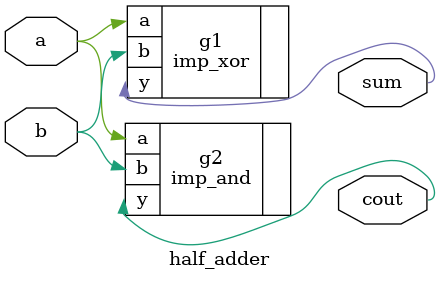
<source format=v>
module half_adder(a,b,sum,cout);

input a,b;
output sum,cout;


imp_xor g1(.a(a),.b(b),.y(sum));

imp_and g2(.a(a),.b(b),.y(cout));



endmodule

</source>
